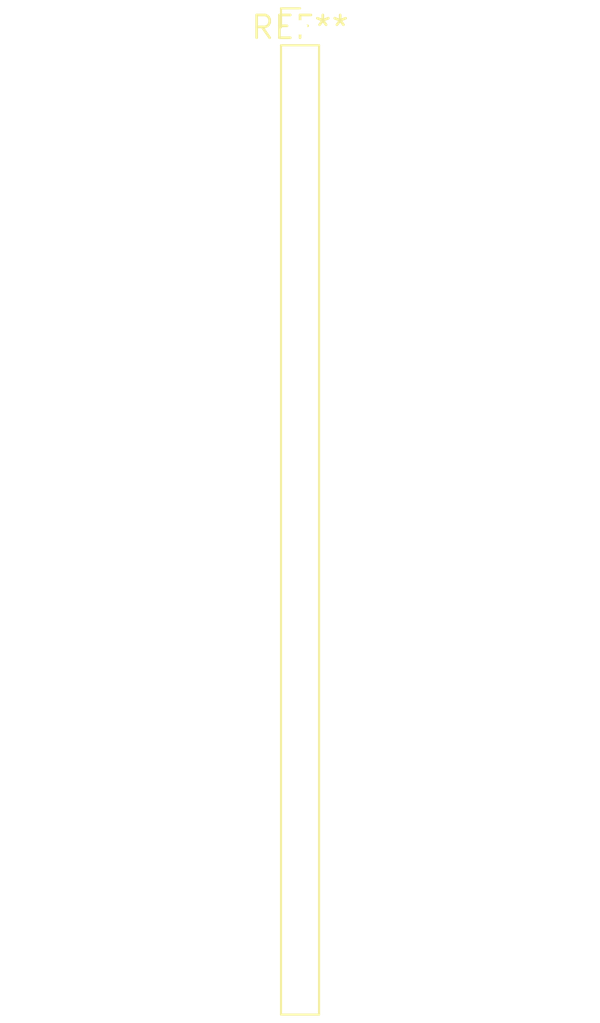
<source format=kicad_pcb>
(kicad_pcb (version 20240108) (generator pcbnew)
  (layers (0 "F.Cu" signal) (31 "B.Cu" signal) (34 "B.Paste" user) (35 "F.Paste" user) (36 "B.SilkS" user "B.Silkscreen") (37 "F.SilkS" user "F.Silkscreen") (38 "B.Mask" user) (39 "F.Mask" user) (44 "Edge.Cuts" user))
  (net 0 "")
  (footprint "PinHeader_1x28_P2.00mm_Vertical" (layer "F.Cu") (at 0 0)
    (property "Reference" "REF**")
    (property "Value" "PinHeader_1x28_P2.00mm_Vertical")
    (fp_line (start -1.06 -1.06) (end 0 -1.06) (layer "F.SilkS") (stroke (width 0.12)))
    (fp_line (start -1.06 0) (end -1.06 -1.06) (layer "F.SilkS") (stroke (width 0.12)))
    (fp_line (start -1.06 1) (end -1.06 55.06) (layer "F.SilkS") (stroke (width 0.12)))
    (fp_line (start -1.06 1) (end 1.06 1) (layer "F.SilkS") (stroke (width 0.12)))
    (fp_line (start -1.06 55.06) (end 1.06 55.06) (layer "F.SilkS") (stroke (width 0.12)))
    (fp_line (start 1.06 1) (end 1.06 55.06) (layer "F.SilkS") (stroke (width 0.12)))
    (pad "1" thru_hole rect (at 0 0) (size 1.35 1.35) (drill 0.8) (layers *.Cu *.Mask) (remove_unused_layers))
    (pad "2" thru_hole oval (at 0 2) (size 1.35 1.35) (drill 0.8) (layers *.Cu *.Mask) (remove_unused_layers))
    (pad "3" thru_hole oval (at 0 4) (size 1.35 1.35) (drill 0.8) (layers *.Cu *.Mask) (remove_unused_layers))
    (pad "4" thru_hole oval (at 0 6) (size 1.35 1.35) (drill 0.8) (layers *.Cu *.Mask) (remove_unused_layers))
    (pad "5" thru_hole oval (at 0 8) (size 1.35 1.35) (drill 0.8) (layers *.Cu *.Mask) (remove_unused_layers))
    (pad "6" thru_hole oval (at 0 10) (size 1.35 1.35) (drill 0.8) (layers *.Cu *.Mask) (remove_unused_layers))
    (pad "7" thru_hole oval (at 0 12) (size 1.35 1.35) (drill 0.8) (layers *.Cu *.Mask) (remove_unused_layers))
    (pad "8" thru_hole oval (at 0 14) (size 1.35 1.35) (drill 0.8) (layers *.Cu *.Mask) (remove_unused_layers))
    (pad "9" thru_hole oval (at 0 16) (size 1.35 1.35) (drill 0.8) (layers *.Cu *.Mask) (remove_unused_layers))
    (pad "10" thru_hole oval (at 0 18) (size 1.35 1.35) (drill 0.8) (layers *.Cu *.Mask) (remove_unused_layers))
    (pad "11" thru_hole oval (at 0 20) (size 1.35 1.35) (drill 0.8) (layers *.Cu *.Mask) (remove_unused_layers))
    (pad "12" thru_hole oval (at 0 22) (size 1.35 1.35) (drill 0.8) (layers *.Cu *.Mask) (remove_unused_layers))
    (pad "13" thru_hole oval (at 0 24) (size 1.35 1.35) (drill 0.8) (layers *.Cu *.Mask) (remove_unused_layers))
    (pad "14" thru_hole oval (at 0 26) (size 1.35 1.35) (drill 0.8) (layers *.Cu *.Mask) (remove_unused_layers))
    (pad "15" thru_hole oval (at 0 28) (size 1.35 1.35) (drill 0.8) (layers *.Cu *.Mask) (remove_unused_layers))
    (pad "16" thru_hole oval (at 0 30) (size 1.35 1.35) (drill 0.8) (layers *.Cu *.Mask) (remove_unused_layers))
    (pad "17" thru_hole oval (at 0 32) (size 1.35 1.35) (drill 0.8) (layers *.Cu *.Mask) (remove_unused_layers))
    (pad "18" thru_hole oval (at 0 34) (size 1.35 1.35) (drill 0.8) (layers *.Cu *.Mask) (remove_unused_layers))
    (pad "19" thru_hole oval (at 0 36) (size 1.35 1.35) (drill 0.8) (layers *.Cu *.Mask) (remove_unused_layers))
    (pad "20" thru_hole oval (at 0 38) (size 1.35 1.35) (drill 0.8) (layers *.Cu *.Mask) (remove_unused_layers))
    (pad "21" thru_hole oval (at 0 40) (size 1.35 1.35) (drill 0.8) (layers *.Cu *.Mask) (remove_unused_layers))
    (pad "22" thru_hole oval (at 0 42) (size 1.35 1.35) (drill 0.8) (layers *.Cu *.Mask) (remove_unused_layers))
    (pad "23" thru_hole oval (at 0 44) (size 1.35 1.35) (drill 0.8) (layers *.Cu *.Mask) (remove_unused_layers))
    (pad "24" thru_hole oval (at 0 46) (size 1.35 1.35) (drill 0.8) (layers *.Cu *.Mask) (remove_unused_layers))
    (pad "25" thru_hole oval (at 0 48) (size 1.35 1.35) (drill 0.8) (layers *.Cu *.Mask) (remove_unused_layers))
    (pad "26" thru_hole oval (at 0 50) (size 1.35 1.35) (drill 0.8) (layers *.Cu *.Mask) (remove_unused_layers))
    (pad "27" thru_hole oval (at 0 52) (size 1.35 1.35) (drill 0.8) (layers *.Cu *.Mask) (remove_unused_layers))
    (pad "28" thru_hole oval (at 0 54) (size 1.35 1.35) (drill 0.8) (layers *.Cu *.Mask) (remove_unused_layers))
  )
)
</source>
